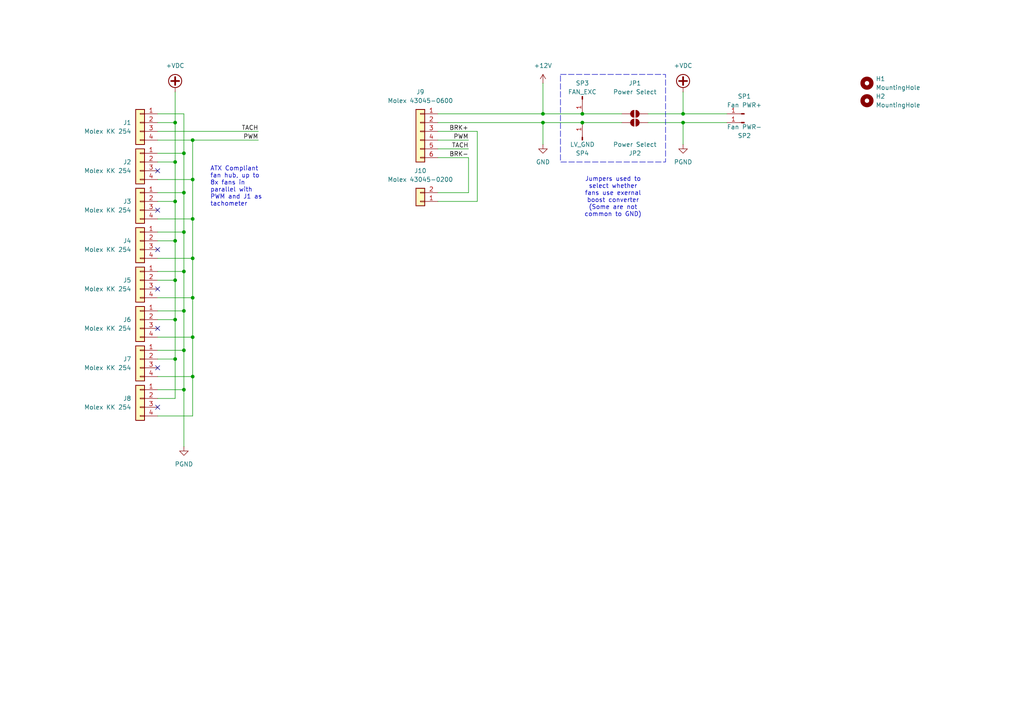
<source format=kicad_sch>
(kicad_sch (version 20231120) (generator "eeschema") (generator_version "8.0")
  (paper "A4")
  (lib_symbols
    (symbol "Connector:Conn_01x01_Pin" (pin_names (offset 1.016) hide)
      (property "Reference" "J" (at 0 2.54 0))
      (property "Value" "Conn_01x01_Pin" (at 0 -2.54 0))
      (symbol "Conn_01x01_Pin_1_1"
        (polyline (pts (xy 1.27 0) (xy 0.8636 0)) (stroke (width 0.1524)))
        (rectangle (start 0.8636 0.127) (end 0 -0.127) (stroke (width 0.1524)) (fill (type outline)))
        (pin passive line (at 5.08 0 180) (length 3.81) (name "Pin_1") (number "1"))
      )
    )
    (symbol "Connector_Generic:Conn_01x02" (pin_names (offset 1.016) hide)
      (property "Reference" "J" (at 0 2.54 0))
      (property "Value" "Conn_01x02" (at 0 -5.08 0))
      (symbol "Conn_01x02_1_1"
        (rectangle (start -1.27 -2.413) (end 0 -2.667) (stroke (width 0.1524)))
        (rectangle (start -1.27 0.127) (end 0 -0.127) (stroke (width 0.1524)))
        (rectangle (start -1.27 1.27) (end 1.27 -3.81) (stroke (width 0.254)) (fill (type background)))
        (pin passive line (at -5.08 0 0) (length 3.81) (name "Pin_1") (number "1"))
        (pin passive line (at -5.08 -2.54 0) (length 3.81) (name "Pin_2") (number "2"))
      )
    )
    (symbol "Connector_Generic:Conn_01x04" (pin_names (offset 1.016) hide)
      (property "Reference" "J" (at 0 5.08 0))
      (property "Value" "Conn_01x04" (at 0 -7.62 0))
      (symbol "Conn_01x04_1_1"
        (rectangle (start -1.27 -4.953) (end 0 -5.207) (stroke (width 0.1524)))
        (rectangle (start -1.27 -2.413) (end 0 -2.667) (stroke (width 0.1524)))
        (rectangle (start -1.27 0.127) (end 0 -0.127) (stroke (width 0.1524)))
        (rectangle (start -1.27 2.667) (end 0 2.413) (stroke (width 0.1524)))
        (rectangle (start -1.27 3.81) (end 1.27 -6.35) (stroke (width 0.254)) (fill (type background)))
        (pin passive line (at -5.08 2.54 0) (length 3.81) (name "Pin_1") (number "1"))
        (pin passive line (at -5.08 0 0) (length 3.81) (name "Pin_2") (number "2"))
        (pin passive line (at -5.08 -2.54 0) (length 3.81) (name "Pin_3") (number "3"))
        (pin passive line (at -5.08 -5.08 0) (length 3.81) (name "Pin_4") (number "4"))
      )
    )
    (symbol "Connector_Generic:Conn_01x06" (pin_names (offset 1.016) hide)
      (property "Reference" "J" (at 0 7.62 0))
      (property "Value" "Conn_01x06" (at 0 -10.16 0))
      (symbol "Conn_01x06_1_1"
        (rectangle (start -1.27 -7.493) (end 0 -7.747) (stroke (width 0.1524)))
        (rectangle (start -1.27 -4.953) (end 0 -5.207) (stroke (width 0.1524)))
        (rectangle (start -1.27 -2.413) (end 0 -2.667) (stroke (width 0.1524)))
        (rectangle (start -1.27 0.127) (end 0 -0.127) (stroke (width 0.1524)))
        (rectangle (start -1.27 2.667) (end 0 2.413) (stroke (width 0.1524)))
        (rectangle (start -1.27 5.207) (end 0 4.953) (stroke (width 0.1524)))
        (rectangle (start -1.27 6.35) (end 1.27 -8.89) (stroke (width 0.254)) (fill (type background)))
        (pin passive line (at -5.08 5.08 0) (length 3.81) (name "Pin_1") (number "1"))
        (pin passive line (at -5.08 2.54 0) (length 3.81) (name "Pin_2") (number "2"))
        (pin passive line (at -5.08 0 0) (length 3.81) (name "Pin_3") (number "3"))
        (pin passive line (at -5.08 -2.54 0) (length 3.81) (name "Pin_4") (number "4"))
        (pin passive line (at -5.08 -5.08 0) (length 3.81) (name "Pin_5") (number "5"))
        (pin passive line (at -5.08 -7.62 0) (length 3.81) (name "Pin_6") (number "6"))
      )
    )
    (symbol "Jumper:SolderJumper_2_Open" (pin_numbers hide) (pin_names (offset 0) hide) (exclude_from_sim yes) (in_bom no)
      (property "Reference" "JP" (at 0 2.032 0))
      (property "Value" "SolderJumper_2_Open" (at 0 -2.54 0))
      (symbol "SolderJumper_2_Open_0_1"
        (arc (start -0.254 1.016) (mid -1.2656 0) (end -0.254 -1.016))
        (arc (start -0.254 1.016) (mid -1.2656 0) (end -0.254 -1.016) (fill (type outline)))
        (polyline (pts (xy -0.254 1.016) (xy -0.254 -1.016)))
        (polyline (pts (xy 0.254 1.016) (xy 0.254 -1.016)))
        (arc (start 0.254 -1.016) (mid 1.2656 0) (end 0.254 1.016))
        (arc (start 0.254 -1.016) (mid 1.2656 0) (end 0.254 1.016) (fill (type outline)))
      )
      (symbol "SolderJumper_2_Open_1_1"
        (pin passive line (at -3.81 0 0) (length 2.54) (name "A") (number "1"))
        (pin passive line (at 3.81 0 180) (length 2.54) (name "B") (number "2"))
      )
    )
    (symbol "Mechanical:MountingHole" (pin_names (offset 1.016)) (exclude_from_sim yes) (in_bom no)
      (property "Reference" "H" (at 0 5.08 0))
      (property "Value" "MountingHole" (at 0 3.175 0))
      (symbol "MountingHole_0_1"
        (circle (center 0 0) (radius 1.27) (stroke (width 1.27)))
      )
    )
    (symbol "power:+12V" (power) (pin_numbers hide) (pin_names (offset 0) hide)
      (property "Value" "+12V" (at 0 3.556 0))
      (symbol "+12V_0_1"
        (polyline (pts (xy -0.762 1.27) (xy 0 2.54)))
        (polyline (pts (xy 0 0) (xy 0 2.54)))
        (polyline (pts (xy 0 2.54) (xy 0.762 1.27)))
      )
      (symbol "+12V_1_1"
        (pin power_in line (at 0 0 90) (length 0) (name "~") (number "1"))
      )
    )
    (symbol "power:+VDC" (power) (pin_numbers hide) (pin_names (offset 0) hide)
      (property "Value" "+VDC" (at 0 6.35 0))
      (symbol "+VDC_0_1"
        (polyline (pts (xy -1.143 3.175) (xy 1.143 3.175)) (stroke (width 0.508)))
        (polyline (pts (xy 0 0) (xy 0 1.27)))
        (polyline (pts (xy 0 2.032) (xy 0 4.318)) (stroke (width 0.508)))
        (circle (center 0 3.175) (radius 1.905) (stroke (width 0.254)))
      )
      (symbol "+VDC_1_1"
        (pin power_in line (at 0 0 90) (length 0) (name "~") (number "1"))
      )
    )
    (symbol "power:GND" (power) (pin_numbers hide) (pin_names (offset 0) hide)
      (property "Value" "GND" (at 0 -3.81 0))
      (symbol "GND_0_1"
        (polyline (pts (xy 0 0) (xy 0 -1.27) (xy 1.27 -1.27) (xy 0 -2.54) (xy -1.27 -1.27) (xy 0 -1.27)))
      )
      (symbol "GND_1_1"
        (pin power_in line (at 0 0 270) (length 0) (name "~") (number "1"))
      )
    )
  )
  (junction (at 157.48 35.56))
  (junction (at 55.88 74.93))
  (junction (at 53.34 90.17))
  (junction (at 50.8 69.85))
  (junction (at 53.34 101.6))
  (junction (at 198.12 33.02))
  (junction (at 55.88 63.5))
  (junction (at 50.8 81.28))
  (junction (at 157.48 33.02))
  (junction (at 55.88 97.79))
  (junction (at 53.34 44.45))
  (junction (at 50.8 104.14))
  (junction (at 53.34 78.74))
  (junction (at 55.88 109.22))
  (junction (at 50.8 35.56))
  (junction (at 55.88 52.07))
  (junction (at 55.88 86.36))
  (junction (at 53.34 55.88))
  (junction (at 53.34 113.03))
  (junction (at 50.8 46.99))
  (junction (at 168.91 35.56))
  (junction (at 50.8 92.71))
  (junction (at 55.88 40.64))
  (junction (at 50.8 58.42))
  (junction (at 198.12 35.56))
  (junction (at 168.91 33.02))
  (junction (at 53.34 67.31))
  (no_connect (at 45.72 83.82))
  (no_connect (at 45.72 72.39))
  (no_connect (at 45.72 95.25))
  (no_connect (at 45.72 60.96))
  (no_connect (at 45.72 106.68))
  (no_connect (at 45.72 49.53))
  (no_connect (at 45.72 118.11))
  (wire (pts (xy 50.8 81.28) (xy 50.8 69.85)))
  (wire (pts (xy 45.72 55.88) (xy 53.34 55.88)))
  (wire (pts (xy 198.12 26.67) (xy 198.12 33.02)))
  (wire (pts (xy 55.88 86.36) (xy 55.88 74.93)))
  (wire (pts (xy 45.72 52.07) (xy 55.88 52.07)))
  (wire (pts (xy 53.34 113.03) (xy 53.34 129.54)))
  (wire (pts (xy 157.48 35.56) (xy 157.48 41.91)))
  (wire (pts (xy 53.34 90.17) (xy 53.34 101.6)))
  (wire (pts (xy 45.72 33.02) (xy 53.34 33.02)))
  (wire (pts (xy 45.72 113.03) (xy 53.34 113.03)))
  (wire (pts (xy 45.72 78.74) (xy 53.34 78.74)))
  (wire (pts (xy 45.72 101.6) (xy 53.34 101.6)))
  (wire (pts (xy 127 35.56) (xy 157.48 35.56)))
  (wire (pts (xy 45.72 63.5) (xy 55.88 63.5)))
  (wire (pts (xy 157.48 35.56) (xy 168.91 35.56)))
  (wire (pts (xy 168.91 33.02) (xy 157.48 33.02)))
  (wire (pts (xy 157.48 24.13) (xy 157.48 33.02)))
  (wire (pts (xy 45.72 44.45) (xy 53.34 44.45)))
  (wire (pts (xy 45.72 69.85) (xy 50.8 69.85)))
  (wire (pts (xy 168.91 35.56) (xy 180.34 35.56)))
  (wire (pts (xy 138.43 38.1) (xy 138.43 58.42)))
  (wire (pts (xy 50.8 104.14) (xy 50.8 92.71)))
  (wire (pts (xy 55.88 97.79) (xy 55.88 86.36)))
  (wire (pts (xy 50.8 115.57) (xy 50.8 104.14)))
  (wire (pts (xy 198.12 41.91) (xy 198.12 35.56)))
  (wire (pts (xy 50.8 58.42) (xy 50.8 46.99)))
  (wire (pts (xy 50.8 26.67) (xy 50.8 35.56)))
  (wire (pts (xy 50.8 46.99) (xy 50.8 35.56)))
  (wire (pts (xy 45.72 38.1) (xy 74.93 38.1)))
  (wire (pts (xy 45.72 109.22) (xy 55.88 109.22)))
  (wire (pts (xy 55.88 109.22) (xy 55.88 97.79)))
  (wire (pts (xy 45.72 90.17) (xy 53.34 90.17)))
  (wire (pts (xy 55.88 40.64) (xy 74.93 40.64)))
  (wire (pts (xy 187.96 33.02) (xy 198.12 33.02)))
  (wire (pts (xy 135.89 55.88) (xy 135.89 45.72)))
  (wire (pts (xy 55.88 63.5) (xy 55.88 52.07)))
  (wire (pts (xy 127 58.42) (xy 138.43 58.42)))
  (wire (pts (xy 53.34 101.6) (xy 53.34 113.03)))
  (wire (pts (xy 127 55.88) (xy 135.89 55.88)))
  (wire (pts (xy 55.88 120.65) (xy 55.88 109.22)))
  (wire (pts (xy 45.72 115.57) (xy 50.8 115.57)))
  (wire (pts (xy 45.72 40.64) (xy 55.88 40.64)))
  (wire (pts (xy 45.72 58.42) (xy 50.8 58.42)))
  (wire (pts (xy 198.12 35.56) (xy 210.82 35.56)))
  (wire (pts (xy 45.72 74.93) (xy 55.88 74.93)))
  (wire (pts (xy 53.34 67.31) (xy 53.34 78.74)))
  (wire (pts (xy 127 43.18) (xy 135.89 43.18)))
  (wire (pts (xy 55.88 52.07) (xy 55.88 40.64)))
  (wire (pts (xy 168.91 33.02) (xy 180.34 33.02)))
  (wire (pts (xy 210.82 33.02) (xy 198.12 33.02)))
  (wire (pts (xy 45.72 92.71) (xy 50.8 92.71)))
  (wire (pts (xy 45.72 35.56) (xy 50.8 35.56)))
  (wire (pts (xy 53.34 78.74) (xy 53.34 90.17)))
  (wire (pts (xy 45.72 46.99) (xy 50.8 46.99)))
  (wire (pts (xy 45.72 67.31) (xy 53.34 67.31)))
  (wire (pts (xy 127 33.02) (xy 157.48 33.02)))
  (wire (pts (xy 53.34 55.88) (xy 53.34 67.31)))
  (wire (pts (xy 50.8 69.85) (xy 50.8 58.42)))
  (wire (pts (xy 53.34 44.45) (xy 53.34 55.88)))
  (wire (pts (xy 45.72 97.79) (xy 55.88 97.79)))
  (wire (pts (xy 55.88 74.93) (xy 55.88 63.5)))
  (wire (pts (xy 187.96 35.56) (xy 198.12 35.56)))
  (wire (pts (xy 127 38.1) (xy 138.43 38.1)))
  (wire (pts (xy 50.8 92.71) (xy 50.8 81.28)))
  (wire (pts (xy 135.89 40.64) (xy 127 40.64)))
  (wire (pts (xy 135.89 45.72) (xy 127 45.72)))
  (wire (pts (xy 45.72 86.36) (xy 55.88 86.36)))
  (wire (pts (xy 45.72 120.65) (xy 55.88 120.65)))
  (wire (pts (xy 45.72 81.28) (xy 50.8 81.28)))
  (wire (pts (xy 53.34 33.02) (xy 53.34 44.45)))
  (wire (pts (xy 45.72 104.14) (xy 50.8 104.14)))
  (rectangle (start 162.56 21.59) (end 193.04 46.99) (stroke (width 0) (type dash)))
  (text "ATX Compliant\nfan hub, up to\n8x fans in\nparallel with\nPWM and J1 as\ntachometer" (at 60.96 48.26 0) (effects (font (size 1.27 1.27)) (justify left top)))
  (text "Jumpers used to\nselect whether\nfans use exernal\nboost converter\n(Some are not\ncommon to GND)" (at 177.8 57.15 0) (effects (font (size 1.27 1.27))))
  (label "BRK-" (at 135.89 45.72 180))
  (label "PWM" (at 74.93 40.64 180))
  (label "BRK+" (at 135.89 38.1 180))
  (label "TACH" (at 135.89 43.18 180))
  (label "TACH" (at 74.93 38.1 180))
  (label "PWM" (at 135.89 40.64 180))
  (symbol (lib_id "Connector_Generic:Conn_01x04") (at 40.64 46.99 0) (mirror y) (unit 1)
    (property "Reference" "J2" (at 38.1 46.9899 0) (effects (justify left)))
    (property "Value" "Molex KK 254" (at 38.1 49.5299 0) (effects (justify left)))
    (property "Footprint" "Connector_Molex:Molex_KK-254_AE-6410-04A_1x04_P2.54mm_Vertical" (effects (hide yes)))
    (property "Description" "Generic connector, single row, 01x04, script generated (kicad-library-utils/schlib/autogen/connector/)" (effects (hide yes)))
  )
  (symbol (lib_id "power:GND") (at 53.34 129.54 0) (unit 1)
    (property "Reference" "#PWR2" (effects (hide yes)))
    (property "Value" "PGND" (at 53.34 134.62 0))
    (property "Description" "Power symbol creates a global label with name \"GND\" , ground" (effects (hide yes)))
  )
  (symbol (lib_id "Connector_Generic:Conn_01x04") (at 40.64 69.85 0) (mirror y) (unit 1)
    (property "Reference" "J4" (at 38.1 69.8499 0) (effects (justify left)))
    (property "Value" "Molex KK 254" (at 38.1 72.3899 0) (effects (justify left)))
    (property "Footprint" "Connector_Molex:Molex_KK-254_AE-6410-04A_1x04_P2.54mm_Vertical" (effects (hide yes)))
    (property "Description" "Generic connector, single row, 01x04, script generated (kicad-library-utils/schlib/autogen/connector/)" (effects (hide yes)))
  )
  (symbol (lib_id "Mechanical:MountingHole") (at 251.46 29.21 0) (unit 1) (exclude_from_sim yes) (in_bom no)
    (property "Reference" "H2" (at 254 27.9399 0) (effects (justify left)))
    (property "Value" "MountingHole" (at 254 30.4799 0) (effects (justify left)))
    (property "Footprint" "MountingHole:MountingHole_3.2mm_M3_DIN965" (effects (hide yes)))
    (property "Description" "Mounting Hole without connection" (effects (hide yes)))
  )
  (symbol (lib_id "Connector_Generic:Conn_01x02") (at 121.92 58.42 180) (unit 1)
    (property "Reference" "J10" (at 121.92 49.53 0))
    (property "Value" "Molex 43045-0200" (at 121.92 52.07 0))
    (property "Footprint" "Connector_Molex:Molex_Micro-Fit_3.0_43045-0200_2x01_P3.00mm_Horizontal" (effects (hide yes)))
    (property "Description" "Generic connector, single row, 01x02, script generated (kicad-library-utils/schlib/autogen/connector/)" (effects (hide yes)))
  )
  (symbol (lib_id "power:GND") (at 157.48 41.91 0) (unit 1)
    (property "Reference" "#PWR6" (effects (hide yes)))
    (property "Value" "GND" (at 157.48 46.99 0))
    (property "Description" "Power symbol creates a global label with name \"GND\" , ground" (effects (hide yes)))
  )
  (symbol (lib_id "Connector_Generic:Conn_01x04") (at 40.64 58.42 0) (mirror y) (unit 1)
    (property "Reference" "J3" (at 38.1 58.4199 0) (effects (justify left)))
    (property "Value" "Molex KK 254" (at 38.1 60.9599 0) (effects (justify left)))
    (property "Footprint" "Connector_Molex:Molex_KK-254_AE-6410-04A_1x04_P2.54mm_Vertical" (effects (hide yes)))
    (property "Description" "Generic connector, single row, 01x04, script generated (kicad-library-utils/schlib/autogen/connector/)" (effects (hide yes)))
  )
  (symbol (lib_id "power:GND") (at 198.12 41.91 0) (unit 1)
    (property "Reference" "#PWR4" (effects (hide yes)))
    (property "Value" "PGND" (at 198.12 46.99 0))
    (property "Description" "Power symbol creates a global label with name \"GND\" , ground" (effects (hide yes)))
  )
  (symbol (lib_id "power:+12V") (at 157.48 24.13 0) (unit 1)
    (property "Reference" "#PWR5" (effects (hide yes)))
    (property "Value" "+12V" (at 157.48 19.05 0))
    (property "Description" "Power symbol creates a global label with name \"+12V\"" (effects (hide yes)))
  )
  (symbol (lib_id "power:+VDC") (at 50.8 26.67 0) (unit 1)
    (property "Reference" "#PWR1" (effects (hide yes)))
    (property "Value" "+VDC" (at 50.8 19.05 0))
    (property "Description" "Power symbol creates a global label with name \"+VDC\"" (effects (hide yes)))
  )
  (symbol (lib_id "Connector:Conn_01x01_Pin") (at 215.9 35.56 180) (unit 1)
    (property "Reference" "SP2" (at 215.9 39.37 0))
    (property "Value" "Fan PWR-" (at 215.9 36.83 0))
    (property "Footprint" "TestPoint:TestPoint_Pad_D2.5mm" (effects (hide yes)))
    (property "Description" "Generic connector, single row, 01x01, script generated" (effects (hide yes)))
  )
  (symbol (lib_id "Connector_Generic:Conn_01x04") (at 40.64 92.71 0) (mirror y) (unit 1)
    (property "Reference" "J6" (at 38.1 92.7099 0) (effects (justify left)))
    (property "Value" "Molex KK 254" (at 38.1 95.2499 0) (effects (justify left)))
    (property "Footprint" "Connector_Molex:Molex_KK-254_AE-6410-04A_1x04_P2.54mm_Vertical" (effects (hide yes)))
    (property "Description" "Generic connector, single row, 01x04, script generated (kicad-library-utils/schlib/autogen/connector/)" (effects (hide yes)))
  )
  (symbol (lib_id "Jumper:SolderJumper_2_Open") (at 184.15 35.56 0) (mirror x) (unit 1) (exclude_from_sim yes) (in_bom no)
    (property "Reference" "JP2" (at 184.15 44.45 0))
    (property "Value" "Power Select" (at 184.15 41.91 0))
    (property "Footprint" "Jumper:SolderJumper-2_P1.3mm_Open_RoundedPad1.0x1.5mm" (effects (hide yes)))
    (property "Description" "Solder Jumper, 2-pole, open" (effects (hide yes)))
  )
  (symbol (lib_id "Connector_Generic:Conn_01x04") (at 40.64 35.56 0) (mirror y) (unit 1)
    (property "Reference" "J1" (at 38.1 35.5599 0) (effects (justify left)))
    (property "Value" "Molex KK 254" (at 38.1 38.0999 0) (effects (justify left)))
    (property "Footprint" "Connector_Molex:Molex_KK-254_AE-6410-04A_1x04_P2.54mm_Vertical" (effects (hide yes)))
    (property "Description" "Generic connector, single row, 01x04, script generated (kicad-library-utils/schlib/autogen/connector/)" (effects (hide yes)))
  )
  (symbol (lib_id "Jumper:SolderJumper_2_Open") (at 184.15 33.02 0) (unit 1) (exclude_from_sim yes) (in_bom no)
    (property "Reference" "JP1" (at 184.15 24.13 0))
    (property "Value" "Power Select" (at 184.15 26.67 0))
    (property "Footprint" "Jumper:SolderJumper-2_P1.3mm_Open_RoundedPad1.0x1.5mm" (effects (hide yes)))
    (property "Description" "Solder Jumper, 2-pole, open" (effects (hide yes)))
  )
  (symbol (lib_id "Connector:Conn_01x01_Pin") (at 168.91 40.64 270) (mirror x) (unit 1)
    (property "Reference" "SP4" (at 168.91 44.45 90))
    (property "Value" "LV_GND" (at 168.91 41.91 90))
    (property "Footprint" "TestPoint:TestPoint_Pad_D2.5mm" (effects (hide yes)))
    (property "Description" "Generic connector, single row, 01x01, script generated" (effects (hide yes)))
  )
  (symbol (lib_id "Connector:Conn_01x01_Pin") (at 215.9 33.02 180) (unit 1)
    (property "Reference" "SP1" (at 215.9 27.94 0))
    (property "Value" "Fan PWR+" (at 215.9 30.48 0))
    (property "Footprint" "TestPoint:TestPoint_Pad_D2.5mm" (effects (hide yes)))
    (property "Description" "Generic connector, single row, 01x01, script generated" (effects (hide yes)))
  )
  (symbol (lib_id "Connector_Generic:Conn_01x04") (at 40.64 81.28 0) (mirror y) (unit 1)
    (property "Reference" "J5" (at 38.1 81.2799 0) (effects (justify left)))
    (property "Value" "Molex KK 254" (at 38.1 83.8199 0) (effects (justify left)))
    (property "Footprint" "Connector_Molex:Molex_KK-254_AE-6410-04A_1x04_P2.54mm_Vertical" (effects (hide yes)))
    (property "Description" "Generic connector, single row, 01x04, script generated (kicad-library-utils/schlib/autogen/connector/)" (effects (hide yes)))
  )
  (symbol (lib_id "Connector_Generic:Conn_01x04") (at 40.64 115.57 0) (mirror y) (unit 1)
    (property "Reference" "J8" (at 38.1 115.5699 0) (effects (justify left)))
    (property "Value" "Molex KK 254" (at 38.1 118.1099 0) (effects (justify left)))
    (property "Footprint" "Connector_Molex:Molex_KK-254_AE-6410-04A_1x04_P2.54mm_Vertical" (effects (hide yes)))
    (property "Description" "Generic connector, single row, 01x04, script generated (kicad-library-utils/schlib/autogen/connector/)" (effects (hide yes)))
  )
  (symbol (lib_id "Mechanical:MountingHole") (at 251.46 24.13 0) (unit 1) (exclude_from_sim yes) (in_bom no)
    (property "Reference" "H1" (at 254 22.8599 0) (effects (justify left)))
    (property "Value" "MountingHole" (at 254 25.3999 0) (effects (justify left)))
    (property "Footprint" "MountingHole:MountingHole_3.2mm_M3_DIN965" (effects (hide yes)))
    (property "Description" "Mounting Hole without connection" (effects (hide yes)))
  )
  (symbol (lib_id "power:+VDC") (at 198.12 26.67 0) (unit 1)
    (property "Reference" "#PWR3" (effects (hide yes)))
    (property "Value" "+VDC" (at 198.12 19.05 0))
    (property "Description" "Power symbol creates a global label with name \"+VDC\"" (effects (hide yes)))
  )
  (symbol (lib_id "Connector_Generic:Conn_01x04") (at 40.64 104.14 0) (mirror y) (unit 1)
    (property "Reference" "J7" (at 38.1 104.1399 0) (effects (justify left)))
    (property "Value" "Molex KK 254" (at 38.1 106.6799 0) (effects (justify left)))
    (property "Footprint" "Connector_Molex:Molex_KK-254_AE-6410-04A_1x04_P2.54mm_Vertical" (effects (hide yes)))
    (property "Description" "Generic connector, single row, 01x04, script generated (kicad-library-utils/schlib/autogen/connector/)" (effects (hide yes)))
  )
  (symbol (lib_id "Connector_Generic:Conn_01x06") (at 121.92 38.1 0) (mirror y) (unit 1)
    (property "Reference" "J9" (at 121.92 26.67 0))
    (property "Value" "Molex 43045-0600" (at 121.92 29.21 0))
    (property "Footprint" "Connector_Molex:Molex_Micro-Fit_3.0_43045-0600_2x03_P3.00mm_Horizontal" (effects (hide yes)))
    (property "Description" "Generic connector, single row, 01x06, script generated (kicad-library-utils/schlib/autogen/connector/)" (effects (hide yes)))
  )
  (symbol (lib_id "Connector:Conn_01x01_Pin") (at 168.91 27.94 90) (mirror x) (unit 1)
    (property "Reference" "SP3" (at 168.91 24.13 90))
    (property "Value" "FAN_EXC" (at 168.91 26.67 90))
    (property "Footprint" "TestPoint:TestPoint_Pad_D2.5mm" (effects (hide yes)))
    (property "Description" "Generic connector, single row, 01x01, script generated" (effects (hide yes)))
  )
)
</source>
